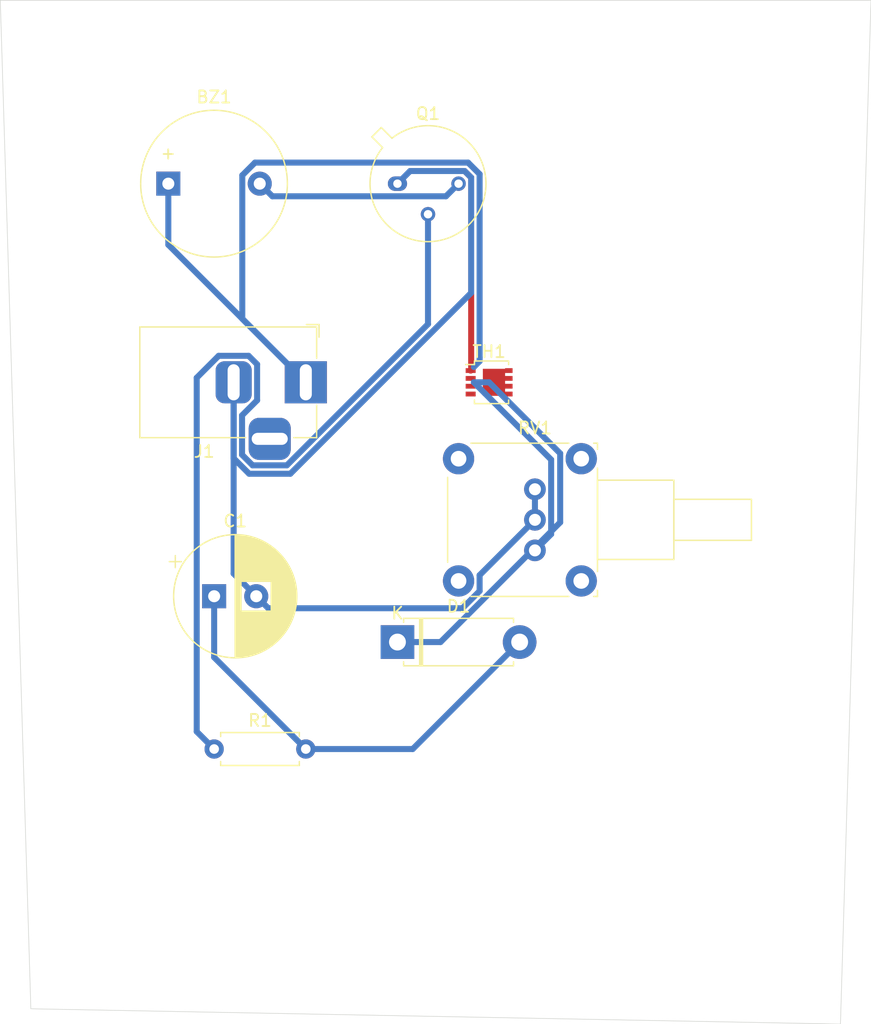
<source format=kicad_pcb>
(kicad_pcb (version 20171130) (host pcbnew "(5.1.9)-1")

  (general
    (thickness 1.6)
    (drawings 4)
    (tracks 58)
    (zones 0)
    (modules 8)
    (nets 8)
  )

  (page A4)
  (layers
    (0 F.Cu signal)
    (31 B.Cu signal)
    (32 B.Adhes user)
    (33 F.Adhes user)
    (34 B.Paste user)
    (35 F.Paste user)
    (36 B.SilkS user)
    (37 F.SilkS user)
    (38 B.Mask user)
    (39 F.Mask user)
    (40 Dwgs.User user)
    (41 Cmts.User user)
    (42 Eco1.User user)
    (43 Eco2.User user)
    (44 Edge.Cuts user)
    (45 Margin user)
    (46 B.CrtYd user)
    (47 F.CrtYd user)
    (48 B.Fab user)
    (49 F.Fab user)
  )

  (setup
    (last_trace_width 0.5)
    (user_trace_width 0.5)
    (trace_clearance 0.2)
    (zone_clearance 0.508)
    (zone_45_only no)
    (trace_min 0.2)
    (via_size 0.8)
    (via_drill 0.4)
    (via_min_size 0.4)
    (via_min_drill 0.3)
    (uvia_size 0.3)
    (uvia_drill 0.1)
    (uvias_allowed no)
    (uvia_min_size 0.2)
    (uvia_min_drill 0.1)
    (edge_width 0.05)
    (segment_width 0.2)
    (pcb_text_width 0.3)
    (pcb_text_size 1.5 1.5)
    (mod_edge_width 0.12)
    (mod_text_size 1 1)
    (mod_text_width 0.15)
    (pad_size 1.524 1.524)
    (pad_drill 0.762)
    (pad_to_mask_clearance 0)
    (aux_axis_origin 0 0)
    (visible_elements FFFFFF7F)
    (pcbplotparams
      (layerselection 0x010fc_ffffffff)
      (usegerberextensions false)
      (usegerberattributes true)
      (usegerberadvancedattributes true)
      (creategerberjobfile true)
      (excludeedgelayer true)
      (linewidth 0.100000)
      (plotframeref false)
      (viasonmask false)
      (mode 1)
      (useauxorigin false)
      (hpglpennumber 1)
      (hpglpenspeed 20)
      (hpglpendiameter 15.000000)
      (psnegative false)
      (psa4output false)
      (plotreference true)
      (plotvalue true)
      (plotinvisibletext false)
      (padsonsilk false)
      (subtractmaskfromsilk false)
      (outputformat 1)
      (mirror false)
      (drillshape 1)
      (scaleselection 1)
      (outputdirectory ""))
  )

  (net 0 "")
  (net 1 "Net-(BZ1-Pad1)")
  (net 2 "Net-(BZ1-Pad2)")
  (net 3 "Net-(C1-Pad1)")
  (net 4 "Net-(C1-Pad2)")
  (net 5 "Net-(D1-Pad1)")
  (net 6 "Net-(J1-Pad3)")
  (net 7 "Net-(Q1-Pad2)")

  (net_class Default "This is the default net class."
    (clearance 0.2)
    (trace_width 0.25)
    (via_dia 0.8)
    (via_drill 0.4)
    (uvia_dia 0.3)
    (uvia_drill 0.1)
    (add_net "Net-(BZ1-Pad1)")
    (add_net "Net-(BZ1-Pad2)")
    (add_net "Net-(C1-Pad1)")
    (add_net "Net-(C1-Pad2)")
    (add_net "Net-(D1-Pad1)")
    (add_net "Net-(J1-Pad3)")
    (add_net "Net-(Q1-Pad2)")
  )

  (module Package_TO_SOT_THT:TO-39-3 (layer F.Cu) (tedit 5A02FF81) (tstamp 606F125F)
    (at 869.95 -593.09)
    (descr TO-39-3)
    (tags TO-39-3)
    (path /606EE060)
    (fp_text reference Q1 (at 2.54 -5.82) (layer F.SilkS)
      (effects (font (size 1 1) (thickness 0.15)))
    )
    (fp_text value 2N2219 (at 2.54 5.82) (layer F.Fab)
      (effects (font (size 1 1) (thickness 0.15)))
    )
    (fp_circle (center 2.54 0) (end 6.79 0) (layer F.Fab) (width 0.1))
    (fp_line (start 7.49 -4.95) (end -2.41 -4.95) (layer F.CrtYd) (width 0.05))
    (fp_line (start 7.49 4.95) (end 7.49 -4.95) (layer F.CrtYd) (width 0.05))
    (fp_line (start -2.41 4.95) (end 7.49 4.95) (layer F.CrtYd) (width 0.05))
    (fp_line (start -2.41 -4.95) (end -2.41 4.95) (layer F.CrtYd) (width 0.05))
    (fp_line (start -2.125856 -3.888039) (end -1.234902 -2.997084) (layer F.SilkS) (width 0.12))
    (fp_line (start -1.348039 -4.665856) (end -2.125856 -3.888039) (layer F.SilkS) (width 0.12))
    (fp_line (start -0.457084 -3.774902) (end -1.348039 -4.665856) (layer F.SilkS) (width 0.12))
    (fp_line (start -1.879621 -3.81151) (end -1.07352 -3.005408) (layer F.Fab) (width 0.1))
    (fp_line (start -1.27151 -4.419621) (end -1.879621 -3.81151) (layer F.Fab) (width 0.1))
    (fp_line (start -0.465408 -3.61352) (end -1.27151 -4.419621) (layer F.Fab) (width 0.1))
    (fp_text user %R (at 2.54 -5.82) (layer F.Fab)
      (effects (font (size 1 1) (thickness 0.15)))
    )
    (fp_arc (start 2.54 0) (end -0.465408 -3.61352) (angle 349.5) (layer F.Fab) (width 0.1))
    (fp_arc (start 2.54 0) (end -0.457084 -3.774902) (angle 346.9) (layer F.SilkS) (width 0.12))
    (pad 1 thru_hole oval (at 0 0) (size 1.6 1.2) (drill 0.7) (layers *.Cu *.Mask)
      (net 4 "Net-(C1-Pad2)"))
    (pad 2 thru_hole oval (at 2.54 2.54) (size 1.2 1.2) (drill 0.7) (layers *.Cu *.Mask)
      (net 7 "Net-(Q1-Pad2)"))
    (pad 3 thru_hole oval (at 5.08 0) (size 1.2 1.2) (drill 0.7) (layers *.Cu *.Mask)
      (net 2 "Net-(BZ1-Pad2)"))
    (model ${KISYS3DMOD}/Package_TO_SOT_THT.3dshapes/TO-39-3.wrl
      (at (xyz 0 0 0))
      (scale (xyz 1 1 1))
      (rotate (xyz 0 0 0))
    )
  )

  (module Buzzer_Beeper:Buzzer_12x9.5RM7.6 (layer F.Cu) (tedit 5A030281) (tstamp 606F113C)
    (at 850.9 -593.09)
    (descr "Generic Buzzer, D12mm height 9.5mm with RM7.6mm")
    (tags buzzer)
    (path /606ED899)
    (fp_text reference BZ1 (at 3.8 -7.2) (layer F.SilkS)
      (effects (font (size 1 1) (thickness 0.15)))
    )
    (fp_text value Buzzer (at 3.8 7.4) (layer F.Fab)
      (effects (font (size 1 1) (thickness 0.15)))
    )
    (fp_circle (center 3.8 0) (end 9.9 0) (layer F.SilkS) (width 0.12))
    (fp_circle (center 3.8 0) (end 4.8 0) (layer F.Fab) (width 0.1))
    (fp_circle (center 3.8 0) (end 9.8 0) (layer F.Fab) (width 0.1))
    (fp_circle (center 3.8 0) (end 10.05 0) (layer F.CrtYd) (width 0.05))
    (fp_text user + (at -0.01 -2.54) (layer F.Fab)
      (effects (font (size 1 1) (thickness 0.15)))
    )
    (fp_text user + (at -0.01 -2.54) (layer F.SilkS)
      (effects (font (size 1 1) (thickness 0.15)))
    )
    (fp_text user %R (at 3.8 -4) (layer F.Fab)
      (effects (font (size 1 1) (thickness 0.15)))
    )
    (pad 1 thru_hole rect (at 0 0) (size 2 2) (drill 1) (layers *.Cu *.Mask)
      (net 1 "Net-(BZ1-Pad1)"))
    (pad 2 thru_hole circle (at 7.6 0) (size 2 2) (drill 1) (layers *.Cu *.Mask)
      (net 2 "Net-(BZ1-Pad2)"))
    (model ${KISYS3DMOD}/Buzzer_Beeper.3dshapes/Buzzer_12x9.5RM7.6.wrl
      (at (xyz 0 0 0))
      (scale (xyz 1 1 1))
      (rotate (xyz 0 0 0))
    )
  )

  (module Capacitor_THT:CP_Radial_D10.0mm_P3.50mm (layer F.Cu) (tedit 5AE50EF0) (tstamp 606F1208)
    (at 854.71 -558.8)
    (descr "CP, Radial series, Radial, pin pitch=3.50mm, , diameter=10mm, Electrolytic Capacitor")
    (tags "CP Radial series Radial pin pitch 3.50mm  diameter 10mm Electrolytic Capacitor")
    (path /606EEABD)
    (fp_text reference C1 (at 1.75 -6.25) (layer F.SilkS)
      (effects (font (size 1 1) (thickness 0.15)))
    )
    (fp_text value 10uF (at 1.75 6.25) (layer F.Fab)
      (effects (font (size 1 1) (thickness 0.15)))
    )
    (fp_line (start -3.229646 -3.375) (end -3.229646 -2.375) (layer F.SilkS) (width 0.12))
    (fp_line (start -3.729646 -2.875) (end -2.729646 -2.875) (layer F.SilkS) (width 0.12))
    (fp_line (start 6.831 -0.599) (end 6.831 0.599) (layer F.SilkS) (width 0.12))
    (fp_line (start 6.791 -0.862) (end 6.791 0.862) (layer F.SilkS) (width 0.12))
    (fp_line (start 6.751 -1.062) (end 6.751 1.062) (layer F.SilkS) (width 0.12))
    (fp_line (start 6.711 -1.23) (end 6.711 1.23) (layer F.SilkS) (width 0.12))
    (fp_line (start 6.671 -1.378) (end 6.671 1.378) (layer F.SilkS) (width 0.12))
    (fp_line (start 6.631 -1.51) (end 6.631 1.51) (layer F.SilkS) (width 0.12))
    (fp_line (start 6.591 -1.63) (end 6.591 1.63) (layer F.SilkS) (width 0.12))
    (fp_line (start 6.551 -1.742) (end 6.551 1.742) (layer F.SilkS) (width 0.12))
    (fp_line (start 6.511 -1.846) (end 6.511 1.846) (layer F.SilkS) (width 0.12))
    (fp_line (start 6.471 -1.944) (end 6.471 1.944) (layer F.SilkS) (width 0.12))
    (fp_line (start 6.431 -2.037) (end 6.431 2.037) (layer F.SilkS) (width 0.12))
    (fp_line (start 6.391 -2.125) (end 6.391 2.125) (layer F.SilkS) (width 0.12))
    (fp_line (start 6.351 -2.209) (end 6.351 2.209) (layer F.SilkS) (width 0.12))
    (fp_line (start 6.311 -2.289) (end 6.311 2.289) (layer F.SilkS) (width 0.12))
    (fp_line (start 6.271 -2.365) (end 6.271 2.365) (layer F.SilkS) (width 0.12))
    (fp_line (start 6.231 -2.439) (end 6.231 2.439) (layer F.SilkS) (width 0.12))
    (fp_line (start 6.191 -2.51) (end 6.191 2.51) (layer F.SilkS) (width 0.12))
    (fp_line (start 6.151 -2.579) (end 6.151 2.579) (layer F.SilkS) (width 0.12))
    (fp_line (start 6.111 -2.645) (end 6.111 2.645) (layer F.SilkS) (width 0.12))
    (fp_line (start 6.071 -2.709) (end 6.071 2.709) (layer F.SilkS) (width 0.12))
    (fp_line (start 6.031 -2.77) (end 6.031 2.77) (layer F.SilkS) (width 0.12))
    (fp_line (start 5.991 -2.83) (end 5.991 2.83) (layer F.SilkS) (width 0.12))
    (fp_line (start 5.951 -2.889) (end 5.951 2.889) (layer F.SilkS) (width 0.12))
    (fp_line (start 5.911 -2.945) (end 5.911 2.945) (layer F.SilkS) (width 0.12))
    (fp_line (start 5.871 -3) (end 5.871 3) (layer F.SilkS) (width 0.12))
    (fp_line (start 5.831 -3.054) (end 5.831 3.054) (layer F.SilkS) (width 0.12))
    (fp_line (start 5.791 -3.106) (end 5.791 3.106) (layer F.SilkS) (width 0.12))
    (fp_line (start 5.751 -3.156) (end 5.751 3.156) (layer F.SilkS) (width 0.12))
    (fp_line (start 5.711 -3.206) (end 5.711 3.206) (layer F.SilkS) (width 0.12))
    (fp_line (start 5.671 -3.254) (end 5.671 3.254) (layer F.SilkS) (width 0.12))
    (fp_line (start 5.631 -3.301) (end 5.631 3.301) (layer F.SilkS) (width 0.12))
    (fp_line (start 5.591 -3.347) (end 5.591 3.347) (layer F.SilkS) (width 0.12))
    (fp_line (start 5.551 -3.392) (end 5.551 3.392) (layer F.SilkS) (width 0.12))
    (fp_line (start 5.511 -3.436) (end 5.511 3.436) (layer F.SilkS) (width 0.12))
    (fp_line (start 5.471 -3.478) (end 5.471 3.478) (layer F.SilkS) (width 0.12))
    (fp_line (start 5.431 -3.52) (end 5.431 3.52) (layer F.SilkS) (width 0.12))
    (fp_line (start 5.391 -3.561) (end 5.391 3.561) (layer F.SilkS) (width 0.12))
    (fp_line (start 5.351 -3.601) (end 5.351 3.601) (layer F.SilkS) (width 0.12))
    (fp_line (start 5.311 -3.64) (end 5.311 3.64) (layer F.SilkS) (width 0.12))
    (fp_line (start 5.271 -3.679) (end 5.271 3.679) (layer F.SilkS) (width 0.12))
    (fp_line (start 5.231 -3.716) (end 5.231 3.716) (layer F.SilkS) (width 0.12))
    (fp_line (start 5.191 -3.753) (end 5.191 3.753) (layer F.SilkS) (width 0.12))
    (fp_line (start 5.151 -3.789) (end 5.151 3.789) (layer F.SilkS) (width 0.12))
    (fp_line (start 5.111 -3.824) (end 5.111 3.824) (layer F.SilkS) (width 0.12))
    (fp_line (start 5.071 -3.858) (end 5.071 3.858) (layer F.SilkS) (width 0.12))
    (fp_line (start 5.031 -3.892) (end 5.031 3.892) (layer F.SilkS) (width 0.12))
    (fp_line (start 4.991 -3.925) (end 4.991 3.925) (layer F.SilkS) (width 0.12))
    (fp_line (start 4.951 -3.957) (end 4.951 3.957) (layer F.SilkS) (width 0.12))
    (fp_line (start 4.911 -3.989) (end 4.911 3.989) (layer F.SilkS) (width 0.12))
    (fp_line (start 4.871 -4.02) (end 4.871 4.02) (layer F.SilkS) (width 0.12))
    (fp_line (start 4.831 -4.05) (end 4.831 4.05) (layer F.SilkS) (width 0.12))
    (fp_line (start 4.791 -4.08) (end 4.791 4.08) (layer F.SilkS) (width 0.12))
    (fp_line (start 4.751 -4.11) (end 4.751 4.11) (layer F.SilkS) (width 0.12))
    (fp_line (start 4.711 1.241) (end 4.711 4.138) (layer F.SilkS) (width 0.12))
    (fp_line (start 4.711 -4.138) (end 4.711 -1.241) (layer F.SilkS) (width 0.12))
    (fp_line (start 4.671 1.241) (end 4.671 4.166) (layer F.SilkS) (width 0.12))
    (fp_line (start 4.671 -4.166) (end 4.671 -1.241) (layer F.SilkS) (width 0.12))
    (fp_line (start 4.631 1.241) (end 4.631 4.194) (layer F.SilkS) (width 0.12))
    (fp_line (start 4.631 -4.194) (end 4.631 -1.241) (layer F.SilkS) (width 0.12))
    (fp_line (start 4.591 1.241) (end 4.591 4.221) (layer F.SilkS) (width 0.12))
    (fp_line (start 4.591 -4.221) (end 4.591 -1.241) (layer F.SilkS) (width 0.12))
    (fp_line (start 4.551 1.241) (end 4.551 4.247) (layer F.SilkS) (width 0.12))
    (fp_line (start 4.551 -4.247) (end 4.551 -1.241) (layer F.SilkS) (width 0.12))
    (fp_line (start 4.511 1.241) (end 4.511 4.273) (layer F.SilkS) (width 0.12))
    (fp_line (start 4.511 -4.273) (end 4.511 -1.241) (layer F.SilkS) (width 0.12))
    (fp_line (start 4.471 1.241) (end 4.471 4.298) (layer F.SilkS) (width 0.12))
    (fp_line (start 4.471 -4.298) (end 4.471 -1.241) (layer F.SilkS) (width 0.12))
    (fp_line (start 4.431 1.241) (end 4.431 4.323) (layer F.SilkS) (width 0.12))
    (fp_line (start 4.431 -4.323) (end 4.431 -1.241) (layer F.SilkS) (width 0.12))
    (fp_line (start 4.391 1.241) (end 4.391 4.347) (layer F.SilkS) (width 0.12))
    (fp_line (start 4.391 -4.347) (end 4.391 -1.241) (layer F.SilkS) (width 0.12))
    (fp_line (start 4.351 1.241) (end 4.351 4.371) (layer F.SilkS) (width 0.12))
    (fp_line (start 4.351 -4.371) (end 4.351 -1.241) (layer F.SilkS) (width 0.12))
    (fp_line (start 4.311 1.241) (end 4.311 4.395) (layer F.SilkS) (width 0.12))
    (fp_line (start 4.311 -4.395) (end 4.311 -1.241) (layer F.SilkS) (width 0.12))
    (fp_line (start 4.271 1.241) (end 4.271 4.417) (layer F.SilkS) (width 0.12))
    (fp_line (start 4.271 -4.417) (end 4.271 -1.241) (layer F.SilkS) (width 0.12))
    (fp_line (start 4.231 1.241) (end 4.231 4.44) (layer F.SilkS) (width 0.12))
    (fp_line (start 4.231 -4.44) (end 4.231 -1.241) (layer F.SilkS) (width 0.12))
    (fp_line (start 4.191 1.241) (end 4.191 4.462) (layer F.SilkS) (width 0.12))
    (fp_line (start 4.191 -4.462) (end 4.191 -1.241) (layer F.SilkS) (width 0.12))
    (fp_line (start 4.151 1.241) (end 4.151 4.483) (layer F.SilkS) (width 0.12))
    (fp_line (start 4.151 -4.483) (end 4.151 -1.241) (layer F.SilkS) (width 0.12))
    (fp_line (start 4.111 1.241) (end 4.111 4.504) (layer F.SilkS) (width 0.12))
    (fp_line (start 4.111 -4.504) (end 4.111 -1.241) (layer F.SilkS) (width 0.12))
    (fp_line (start 4.071 1.241) (end 4.071 4.525) (layer F.SilkS) (width 0.12))
    (fp_line (start 4.071 -4.525) (end 4.071 -1.241) (layer F.SilkS) (width 0.12))
    (fp_line (start 4.031 1.241) (end 4.031 4.545) (layer F.SilkS) (width 0.12))
    (fp_line (start 4.031 -4.545) (end 4.031 -1.241) (layer F.SilkS) (width 0.12))
    (fp_line (start 3.991 1.241) (end 3.991 4.564) (layer F.SilkS) (width 0.12))
    (fp_line (start 3.991 -4.564) (end 3.991 -1.241) (layer F.SilkS) (width 0.12))
    (fp_line (start 3.951 1.241) (end 3.951 4.584) (layer F.SilkS) (width 0.12))
    (fp_line (start 3.951 -4.584) (end 3.951 -1.241) (layer F.SilkS) (width 0.12))
    (fp_line (start 3.911 1.241) (end 3.911 4.603) (layer F.SilkS) (width 0.12))
    (fp_line (start 3.911 -4.603) (end 3.911 -1.241) (layer F.SilkS) (width 0.12))
    (fp_line (start 3.871 1.241) (end 3.871 4.621) (layer F.SilkS) (width 0.12))
    (fp_line (start 3.871 -4.621) (end 3.871 -1.241) (layer F.SilkS) (width 0.12))
    (fp_line (start 3.831 1.241) (end 3.831 4.639) (layer F.SilkS) (width 0.12))
    (fp_line (start 3.831 -4.639) (end 3.831 -1.241) (layer F.SilkS) (width 0.12))
    (fp_line (start 3.791 1.241) (end 3.791 4.657) (layer F.SilkS) (width 0.12))
    (fp_line (start 3.791 -4.657) (end 3.791 -1.241) (layer F.SilkS) (width 0.12))
    (fp_line (start 3.751 1.241) (end 3.751 4.674) (layer F.SilkS) (width 0.12))
    (fp_line (start 3.751 -4.674) (end 3.751 -1.241) (layer F.SilkS) (width 0.12))
    (fp_line (start 3.711 1.241) (end 3.711 4.69) (layer F.SilkS) (width 0.12))
    (fp_line (start 3.711 -4.69) (end 3.711 -1.241) (layer F.SilkS) (width 0.12))
    (fp_line (start 3.671 1.241) (end 3.671 4.707) (layer F.SilkS) (width 0.12))
    (fp_line (start 3.671 -4.707) (end 3.671 -1.241) (layer F.SilkS) (width 0.12))
    (fp_line (start 3.631 1.241) (end 3.631 4.723) (layer F.SilkS) (width 0.12))
    (fp_line (start 3.631 -4.723) (end 3.631 -1.241) (layer F.SilkS) (width 0.12))
    (fp_line (start 3.591 1.241) (end 3.591 4.738) (layer F.SilkS) (width 0.12))
    (fp_line (start 3.591 -4.738) (end 3.591 -1.241) (layer F.SilkS) (width 0.12))
    (fp_line (start 3.551 1.241) (end 3.551 4.754) (layer F.SilkS) (width 0.12))
    (fp_line (start 3.551 -4.754) (end 3.551 -1.241) (layer F.SilkS) (width 0.12))
    (fp_line (start 3.511 1.241) (end 3.511 4.768) (layer F.SilkS) (width 0.12))
    (fp_line (start 3.511 -4.768) (end 3.511 -1.241) (layer F.SilkS) (width 0.12))
    (fp_line (start 3.471 1.241) (end 3.471 4.783) (layer F.SilkS) (width 0.12))
    (fp_line (start 3.471 -4.783) (end 3.471 -1.241) (layer F.SilkS) (width 0.12))
    (fp_line (start 3.431 1.241) (end 3.431 4.797) (layer F.SilkS) (width 0.12))
    (fp_line (start 3.431 -4.797) (end 3.431 -1.241) (layer F.SilkS) (width 0.12))
    (fp_line (start 3.391 1.241) (end 3.391 4.811) (layer F.SilkS) (width 0.12))
    (fp_line (start 3.391 -4.811) (end 3.391 -1.241) (layer F.SilkS) (width 0.12))
    (fp_line (start 3.351 1.241) (end 3.351 4.824) (layer F.SilkS) (width 0.12))
    (fp_line (start 3.351 -4.824) (end 3.351 -1.241) (layer F.SilkS) (width 0.12))
    (fp_line (start 3.311 1.241) (end 3.311 4.837) (layer F.SilkS) (width 0.12))
    (fp_line (start 3.311 -4.837) (end 3.311 -1.241) (layer F.SilkS) (width 0.12))
    (fp_line (start 3.271 1.241) (end 3.271 4.85) (layer F.SilkS) (width 0.12))
    (fp_line (start 3.271 -4.85) (end 3.271 -1.241) (layer F.SilkS) (width 0.12))
    (fp_line (start 3.231 1.241) (end 3.231 4.862) (layer F.SilkS) (width 0.12))
    (fp_line (start 3.231 -4.862) (end 3.231 -1.241) (layer F.SilkS) (width 0.12))
    (fp_line (start 3.191 1.241) (end 3.191 4.874) (layer F.SilkS) (width 0.12))
    (fp_line (start 3.191 -4.874) (end 3.191 -1.241) (layer F.SilkS) (width 0.12))
    (fp_line (start 3.151 1.241) (end 3.151 4.885) (layer F.SilkS) (width 0.12))
    (fp_line (start 3.151 -4.885) (end 3.151 -1.241) (layer F.SilkS) (width 0.12))
    (fp_line (start 3.111 1.241) (end 3.111 4.897) (layer F.SilkS) (width 0.12))
    (fp_line (start 3.111 -4.897) (end 3.111 -1.241) (layer F.SilkS) (width 0.12))
    (fp_line (start 3.071 1.241) (end 3.071 4.907) (layer F.SilkS) (width 0.12))
    (fp_line (start 3.071 -4.907) (end 3.071 -1.241) (layer F.SilkS) (width 0.12))
    (fp_line (start 3.031 1.241) (end 3.031 4.918) (layer F.SilkS) (width 0.12))
    (fp_line (start 3.031 -4.918) (end 3.031 -1.241) (layer F.SilkS) (width 0.12))
    (fp_line (start 2.991 1.241) (end 2.991 4.928) (layer F.SilkS) (width 0.12))
    (fp_line (start 2.991 -4.928) (end 2.991 -1.241) (layer F.SilkS) (width 0.12))
    (fp_line (start 2.951 1.241) (end 2.951 4.938) (layer F.SilkS) (width 0.12))
    (fp_line (start 2.951 -4.938) (end 2.951 -1.241) (layer F.SilkS) (width 0.12))
    (fp_line (start 2.911 1.241) (end 2.911 4.947) (layer F.SilkS) (width 0.12))
    (fp_line (start 2.911 -4.947) (end 2.911 -1.241) (layer F.SilkS) (width 0.12))
    (fp_line (start 2.871 1.241) (end 2.871 4.956) (layer F.SilkS) (width 0.12))
    (fp_line (start 2.871 -4.956) (end 2.871 -1.241) (layer F.SilkS) (width 0.12))
    (fp_line (start 2.831 1.241) (end 2.831 4.965) (layer F.SilkS) (width 0.12))
    (fp_line (start 2.831 -4.965) (end 2.831 -1.241) (layer F.SilkS) (width 0.12))
    (fp_line (start 2.791 1.241) (end 2.791 4.974) (layer F.SilkS) (width 0.12))
    (fp_line (start 2.791 -4.974) (end 2.791 -1.241) (layer F.SilkS) (width 0.12))
    (fp_line (start 2.751 1.241) (end 2.751 4.982) (layer F.SilkS) (width 0.12))
    (fp_line (start 2.751 -4.982) (end 2.751 -1.241) (layer F.SilkS) (width 0.12))
    (fp_line (start 2.711 1.241) (end 2.711 4.99) (layer F.SilkS) (width 0.12))
    (fp_line (start 2.711 -4.99) (end 2.711 -1.241) (layer F.SilkS) (width 0.12))
    (fp_line (start 2.671 1.241) (end 2.671 4.997) (layer F.SilkS) (width 0.12))
    (fp_line (start 2.671 -4.997) (end 2.671 -1.241) (layer F.SilkS) (width 0.12))
    (fp_line (start 2.631 1.241) (end 2.631 5.004) (layer F.SilkS) (width 0.12))
    (fp_line (start 2.631 -5.004) (end 2.631 -1.241) (layer F.SilkS) (width 0.12))
    (fp_line (start 2.591 1.241) (end 2.591 5.011) (layer F.SilkS) (width 0.12))
    (fp_line (start 2.591 -5.011) (end 2.591 -1.241) (layer F.SilkS) (width 0.12))
    (fp_line (start 2.551 1.241) (end 2.551 5.018) (layer F.SilkS) (width 0.12))
    (fp_line (start 2.551 -5.018) (end 2.551 -1.241) (layer F.SilkS) (width 0.12))
    (fp_line (start 2.511 1.241) (end 2.511 5.024) (layer F.SilkS) (width 0.12))
    (fp_line (start 2.511 -5.024) (end 2.511 -1.241) (layer F.SilkS) (width 0.12))
    (fp_line (start 2.471 1.241) (end 2.471 5.03) (layer F.SilkS) (width 0.12))
    (fp_line (start 2.471 -5.03) (end 2.471 -1.241) (layer F.SilkS) (width 0.12))
    (fp_line (start 2.43 1.241) (end 2.43 5.035) (layer F.SilkS) (width 0.12))
    (fp_line (start 2.43 -5.035) (end 2.43 -1.241) (layer F.SilkS) (width 0.12))
    (fp_line (start 2.39 1.241) (end 2.39 5.04) (layer F.SilkS) (width 0.12))
    (fp_line (start 2.39 -5.04) (end 2.39 -1.241) (layer F.SilkS) (width 0.12))
    (fp_line (start 2.35 1.241) (end 2.35 5.045) (layer F.SilkS) (width 0.12))
    (fp_line (start 2.35 -5.045) (end 2.35 -1.241) (layer F.SilkS) (width 0.12))
    (fp_line (start 2.31 1.241) (end 2.31 5.05) (layer F.SilkS) (width 0.12))
    (fp_line (start 2.31 -5.05) (end 2.31 -1.241) (layer F.SilkS) (width 0.12))
    (fp_line (start 2.27 1.241) (end 2.27 5.054) (layer F.SilkS) (width 0.12))
    (fp_line (start 2.27 -5.054) (end 2.27 -1.241) (layer F.SilkS) (width 0.12))
    (fp_line (start 2.23 -5.058) (end 2.23 5.058) (layer F.SilkS) (width 0.12))
    (fp_line (start 2.19 -5.062) (end 2.19 5.062) (layer F.SilkS) (width 0.12))
    (fp_line (start 2.15 -5.065) (end 2.15 5.065) (layer F.SilkS) (width 0.12))
    (fp_line (start 2.11 -5.068) (end 2.11 5.068) (layer F.SilkS) (width 0.12))
    (fp_line (start 2.07 -5.07) (end 2.07 5.07) (layer F.SilkS) (width 0.12))
    (fp_line (start 2.03 -5.073) (end 2.03 5.073) (layer F.SilkS) (width 0.12))
    (fp_line (start 1.99 -5.075) (end 1.99 5.075) (layer F.SilkS) (width 0.12))
    (fp_line (start 1.95 -5.077) (end 1.95 5.077) (layer F.SilkS) (width 0.12))
    (fp_line (start 1.91 -5.078) (end 1.91 5.078) (layer F.SilkS) (width 0.12))
    (fp_line (start 1.87 -5.079) (end 1.87 5.079) (layer F.SilkS) (width 0.12))
    (fp_line (start 1.83 -5.08) (end 1.83 5.08) (layer F.SilkS) (width 0.12))
    (fp_line (start 1.79 -5.08) (end 1.79 5.08) (layer F.SilkS) (width 0.12))
    (fp_line (start 1.75 -5.08) (end 1.75 5.08) (layer F.SilkS) (width 0.12))
    (fp_line (start -2.038861 -2.6875) (end -2.038861 -1.6875) (layer F.Fab) (width 0.1))
    (fp_line (start -2.538861 -2.1875) (end -1.538861 -2.1875) (layer F.Fab) (width 0.1))
    (fp_circle (center 1.75 0) (end 7 0) (layer F.CrtYd) (width 0.05))
    (fp_circle (center 1.75 0) (end 6.87 0) (layer F.SilkS) (width 0.12))
    (fp_circle (center 1.75 0) (end 6.75 0) (layer F.Fab) (width 0.1))
    (fp_text user %R (at 1.75 0) (layer F.Fab)
      (effects (font (size 1 1) (thickness 0.15)))
    )
    (pad 1 thru_hole rect (at 0 0) (size 2 2) (drill 1) (layers *.Cu *.Mask)
      (net 3 "Net-(C1-Pad1)"))
    (pad 2 thru_hole circle (at 3.5 0) (size 2 2) (drill 1) (layers *.Cu *.Mask)
      (net 4 "Net-(C1-Pad2)"))
    (model ${KISYS3DMOD}/Capacitor_THT.3dshapes/CP_Radial_D10.0mm_P3.50mm.wrl
      (at (xyz 0 0 0))
      (scale (xyz 1 1 1))
      (rotate (xyz 0 0 0))
    )
  )

  (module Diode_THT:D_5W_P10.16mm_Horizontal (layer F.Cu) (tedit 5AE50CD5) (tstamp 606F1227)
    (at 869.95 -554.99)
    (descr "Diode, 5W series, Axial, Horizontal, pin pitch=10.16mm, , length*diameter=8.9*3.7mm^2, , http://www.diodes.com/_files/packages/8686949.gif")
    (tags "Diode 5W series Axial Horizontal pin pitch 10.16mm  length 8.9mm diameter 3.7mm")
    (path /606ED166)
    (fp_text reference D1 (at 5.08 -2.97) (layer F.SilkS)
      (effects (font (size 1 1) (thickness 0.15)))
    )
    (fp_text value 1N4007 (at 5.08 2.97) (layer F.Fab)
      (effects (font (size 1 1) (thickness 0.15)))
    )
    (fp_line (start 11.81 -2.1) (end -1.65 -2.1) (layer F.CrtYd) (width 0.05))
    (fp_line (start 11.81 2.1) (end 11.81 -2.1) (layer F.CrtYd) (width 0.05))
    (fp_line (start -1.65 2.1) (end 11.81 2.1) (layer F.CrtYd) (width 0.05))
    (fp_line (start -1.65 -2.1) (end -1.65 2.1) (layer F.CrtYd) (width 0.05))
    (fp_line (start 1.845 -1.97) (end 1.845 1.97) (layer F.SilkS) (width 0.12))
    (fp_line (start 2.085 -1.97) (end 2.085 1.97) (layer F.SilkS) (width 0.12))
    (fp_line (start 1.965 -1.97) (end 1.965 1.97) (layer F.SilkS) (width 0.12))
    (fp_line (start 9.65 1.97) (end 9.65 1.64) (layer F.SilkS) (width 0.12))
    (fp_line (start 0.51 1.97) (end 9.65 1.97) (layer F.SilkS) (width 0.12))
    (fp_line (start 0.51 1.64) (end 0.51 1.97) (layer F.SilkS) (width 0.12))
    (fp_line (start 9.65 -1.97) (end 9.65 -1.64) (layer F.SilkS) (width 0.12))
    (fp_line (start 0.51 -1.97) (end 9.65 -1.97) (layer F.SilkS) (width 0.12))
    (fp_line (start 0.51 -1.64) (end 0.51 -1.97) (layer F.SilkS) (width 0.12))
    (fp_line (start 1.865 -1.85) (end 1.865 1.85) (layer F.Fab) (width 0.1))
    (fp_line (start 2.065 -1.85) (end 2.065 1.85) (layer F.Fab) (width 0.1))
    (fp_line (start 1.965 -1.85) (end 1.965 1.85) (layer F.Fab) (width 0.1))
    (fp_line (start 10.16 0) (end 9.53 0) (layer F.Fab) (width 0.1))
    (fp_line (start 0 0) (end 0.63 0) (layer F.Fab) (width 0.1))
    (fp_line (start 9.53 -1.85) (end 0.63 -1.85) (layer F.Fab) (width 0.1))
    (fp_line (start 9.53 1.85) (end 9.53 -1.85) (layer F.Fab) (width 0.1))
    (fp_line (start 0.63 1.85) (end 9.53 1.85) (layer F.Fab) (width 0.1))
    (fp_line (start 0.63 -1.85) (end 0.63 1.85) (layer F.Fab) (width 0.1))
    (fp_text user %R (at 5.514999 0) (layer F.Fab)
      (effects (font (size 1 1) (thickness 0.15)))
    )
    (fp_text user K (at 0 -2.4) (layer F.Fab)
      (effects (font (size 1 1) (thickness 0.15)))
    )
    (fp_text user K (at 0 -2.4) (layer F.SilkS)
      (effects (font (size 1 1) (thickness 0.15)))
    )
    (pad 1 thru_hole rect (at 0 0) (size 2.8 2.8) (drill 1.4) (layers *.Cu *.Mask)
      (net 5 "Net-(D1-Pad1)"))
    (pad 2 thru_hole oval (at 10.16 0) (size 2.8 2.8) (drill 1.4) (layers *.Cu *.Mask)
      (net 3 "Net-(C1-Pad1)"))
    (model ${KISYS3DMOD}/Diode_THT.3dshapes/D_5W_P10.16mm_Horizontal.wrl
      (at (xyz 0 0 0))
      (scale (xyz 1 1 1))
      (rotate (xyz 0 0 0))
    )
  )

  (module Connector_BarrelJack:BarrelJack_Horizontal (layer F.Cu) (tedit 5A1DBF6A) (tstamp 606F124A)
    (at 862.33 -576.58)
    (descr "DC Barrel Jack")
    (tags "Power Jack")
    (path /606EBF6F)
    (fp_text reference J1 (at -8.45 5.75) (layer F.SilkS)
      (effects (font (size 1 1) (thickness 0.15)))
    )
    (fp_text value DC (at -6.2 -5.5) (layer F.Fab)
      (effects (font (size 1 1) (thickness 0.15)))
    )
    (fp_line (start 0 -4.5) (end -13.7 -4.5) (layer F.Fab) (width 0.1))
    (fp_line (start 0.8 4.5) (end 0.8 -3.75) (layer F.Fab) (width 0.1))
    (fp_line (start -13.7 4.5) (end 0.8 4.5) (layer F.Fab) (width 0.1))
    (fp_line (start -13.7 -4.5) (end -13.7 4.5) (layer F.Fab) (width 0.1))
    (fp_line (start -10.2 -4.5) (end -10.2 4.5) (layer F.Fab) (width 0.1))
    (fp_line (start 0.9 -4.6) (end 0.9 -2) (layer F.SilkS) (width 0.12))
    (fp_line (start -13.8 -4.6) (end 0.9 -4.6) (layer F.SilkS) (width 0.12))
    (fp_line (start 0.9 4.6) (end -1 4.6) (layer F.SilkS) (width 0.12))
    (fp_line (start 0.9 1.9) (end 0.9 4.6) (layer F.SilkS) (width 0.12))
    (fp_line (start -13.8 4.6) (end -13.8 -4.6) (layer F.SilkS) (width 0.12))
    (fp_line (start -5 4.6) (end -13.8 4.6) (layer F.SilkS) (width 0.12))
    (fp_line (start -14 4.75) (end -14 -4.75) (layer F.CrtYd) (width 0.05))
    (fp_line (start -5 4.75) (end -14 4.75) (layer F.CrtYd) (width 0.05))
    (fp_line (start -5 6.75) (end -5 4.75) (layer F.CrtYd) (width 0.05))
    (fp_line (start -1 6.75) (end -5 6.75) (layer F.CrtYd) (width 0.05))
    (fp_line (start -1 4.75) (end -1 6.75) (layer F.CrtYd) (width 0.05))
    (fp_line (start 1 4.75) (end -1 4.75) (layer F.CrtYd) (width 0.05))
    (fp_line (start 1 2) (end 1 4.75) (layer F.CrtYd) (width 0.05))
    (fp_line (start 2 2) (end 1 2) (layer F.CrtYd) (width 0.05))
    (fp_line (start 2 -2) (end 2 2) (layer F.CrtYd) (width 0.05))
    (fp_line (start 1 -2) (end 2 -2) (layer F.CrtYd) (width 0.05))
    (fp_line (start 1 -4.5) (end 1 -2) (layer F.CrtYd) (width 0.05))
    (fp_line (start 1 -4.75) (end -14 -4.75) (layer F.CrtYd) (width 0.05))
    (fp_line (start 1 -4.5) (end 1 -4.75) (layer F.CrtYd) (width 0.05))
    (fp_line (start 0.05 -4.8) (end 1.1 -4.8) (layer F.SilkS) (width 0.12))
    (fp_line (start 1.1 -3.75) (end 1.1 -4.8) (layer F.SilkS) (width 0.12))
    (fp_line (start -0.003213 -4.505425) (end 0.8 -3.75) (layer F.Fab) (width 0.1))
    (fp_text user %R (at -3 -2.95) (layer F.Fab)
      (effects (font (size 1 1) (thickness 0.15)))
    )
    (pad 1 thru_hole rect (at 0 0) (size 3.5 3.5) (drill oval 1 3) (layers *.Cu *.Mask)
      (net 1 "Net-(BZ1-Pad1)"))
    (pad 2 thru_hole roundrect (at -6 0) (size 3 3.5) (drill oval 1 3) (layers *.Cu *.Mask) (roundrect_rratio 0.25)
      (net 4 "Net-(C1-Pad2)"))
    (pad 3 thru_hole roundrect (at -3 4.7) (size 3.5 3.5) (drill oval 3 1) (layers *.Cu *.Mask) (roundrect_rratio 0.25)
      (net 6 "Net-(J1-Pad3)"))
    (model ${KISYS3DMOD}/Connector_BarrelJack.3dshapes/BarrelJack_Horizontal.wrl
      (at (xyz 0 0 0))
      (scale (xyz 1 1 1))
      (rotate (xyz 0 0 0))
    )
  )

  (module Resistor_THT:R_Axial_DIN0207_L6.3mm_D2.5mm_P7.62mm_Horizontal (layer F.Cu) (tedit 5AE5139B) (tstamp 606F1276)
    (at 854.71 -546.1)
    (descr "Resistor, Axial_DIN0207 series, Axial, Horizontal, pin pitch=7.62mm, 0.25W = 1/4W, length*diameter=6.3*2.5mm^2, http://cdn-reichelt.de/documents/datenblatt/B400/1_4W%23YAG.pdf")
    (tags "Resistor Axial_DIN0207 series Axial Horizontal pin pitch 7.62mm 0.25W = 1/4W length 6.3mm diameter 2.5mm")
    (path /606EAEC3)
    (fp_text reference R1 (at 3.81 -2.37) (layer F.SilkS)
      (effects (font (size 1 1) (thickness 0.15)))
    )
    (fp_text value 33K (at 3.81 2.37) (layer F.Fab)
      (effects (font (size 1 1) (thickness 0.15)))
    )
    (fp_line (start 8.67 -1.5) (end -1.05 -1.5) (layer F.CrtYd) (width 0.05))
    (fp_line (start 8.67 1.5) (end 8.67 -1.5) (layer F.CrtYd) (width 0.05))
    (fp_line (start -1.05 1.5) (end 8.67 1.5) (layer F.CrtYd) (width 0.05))
    (fp_line (start -1.05 -1.5) (end -1.05 1.5) (layer F.CrtYd) (width 0.05))
    (fp_line (start 7.08 1.37) (end 7.08 1.04) (layer F.SilkS) (width 0.12))
    (fp_line (start 0.54 1.37) (end 7.08 1.37) (layer F.SilkS) (width 0.12))
    (fp_line (start 0.54 1.04) (end 0.54 1.37) (layer F.SilkS) (width 0.12))
    (fp_line (start 7.08 -1.37) (end 7.08 -1.04) (layer F.SilkS) (width 0.12))
    (fp_line (start 0.54 -1.37) (end 7.08 -1.37) (layer F.SilkS) (width 0.12))
    (fp_line (start 0.54 -1.04) (end 0.54 -1.37) (layer F.SilkS) (width 0.12))
    (fp_line (start 7.62 0) (end 6.96 0) (layer F.Fab) (width 0.1))
    (fp_line (start 0 0) (end 0.66 0) (layer F.Fab) (width 0.1))
    (fp_line (start 6.96 -1.25) (end 0.66 -1.25) (layer F.Fab) (width 0.1))
    (fp_line (start 6.96 1.25) (end 6.96 -1.25) (layer F.Fab) (width 0.1))
    (fp_line (start 0.66 1.25) (end 6.96 1.25) (layer F.Fab) (width 0.1))
    (fp_line (start 0.66 -1.25) (end 0.66 1.25) (layer F.Fab) (width 0.1))
    (fp_text user %R (at 1.464999 -0.565001) (layer F.Fab)
      (effects (font (size 1 1) (thickness 0.15)))
    )
    (pad 1 thru_hole circle (at 0 0) (size 1.6 1.6) (drill 0.8) (layers *.Cu *.Mask)
      (net 7 "Net-(Q1-Pad2)"))
    (pad 2 thru_hole oval (at 7.62 0) (size 1.6 1.6) (drill 0.8) (layers *.Cu *.Mask)
      (net 3 "Net-(C1-Pad1)"))
    (model ${KISYS3DMOD}/Resistor_THT.3dshapes/R_Axial_DIN0207_L6.3mm_D2.5mm_P7.62mm_Horizontal.wrl
      (at (xyz 0 0 0))
      (scale (xyz 1 1 1))
      (rotate (xyz 0 0 0))
    )
  )

  (module Potentiometer_THT:Potentiometer_Vishay_148E-149E_Single_Horizontal (layer F.Cu) (tedit 5A3D4993) (tstamp 606F12A2)
    (at 881.38 -562.61)
    (descr "Potentiometer, horizontal, Vishay 148E-149E Single, http://www.vishay.com/docs/57040/148149.pdf")
    (tags "Potentiometer horizontal Vishay 148E-149E Single")
    (path /606EF5BE)
    (fp_text reference RV1 (at 0 -10.17) (layer F.SilkS)
      (effects (font (size 1 1) (thickness 0.15)))
    )
    (fp_text value 5K (at 0 5.09) (layer F.Fab)
      (effects (font (size 1 1) (thickness 0.15)))
    )
    (fp_line (start 18.15 -9.2) (end -7.9 -9.2) (layer F.CrtYd) (width 0.05))
    (fp_line (start 18.15 4.1) (end 18.15 -9.2) (layer F.CrtYd) (width 0.05))
    (fp_line (start -7.9 4.1) (end 18.15 4.1) (layer F.CrtYd) (width 0.05))
    (fp_line (start -7.9 -9.2) (end -7.9 4.1) (layer F.CrtYd) (width 0.05))
    (fp_line (start 18 -4.244) (end 18 -0.835) (layer F.SilkS) (width 0.12))
    (fp_line (start 11.55 -4.244) (end 11.55 -0.835) (layer F.SilkS) (width 0.12))
    (fp_line (start 11.55 -0.835) (end 18 -0.835) (layer F.SilkS) (width 0.12))
    (fp_line (start 11.55 -4.244) (end 18 -4.244) (layer F.SilkS) (width 0.12))
    (fp_line (start 11.55 -5.835) (end 11.55 0.755) (layer F.SilkS) (width 0.12))
    (fp_line (start 5.2 -5.835) (end 5.2 0.755) (layer F.SilkS) (width 0.12))
    (fp_line (start 5.2 0.755) (end 11.55 0.755) (layer F.SilkS) (width 0.12))
    (fp_line (start 5.2 -5.835) (end 11.55 -5.835) (layer F.SilkS) (width 0.12))
    (fp_line (start 5.2 3.326) (end 5.2 3.83) (layer F.SilkS) (width 0.12))
    (fp_line (start 5.2 -6.836) (end 5.2 1.756) (layer F.SilkS) (width 0.12))
    (fp_line (start 5.2 -8.91) (end 5.2 -8.405) (layer F.SilkS) (width 0.12))
    (fp_line (start -7.26 -6.065) (end -7.26 0.985) (layer F.SilkS) (width 0.12))
    (fp_line (start 4.884 3.83) (end 5.2 3.83) (layer F.SilkS) (width 0.12))
    (fp_line (start -5.317 3.83) (end 2.817 3.83) (layer F.SilkS) (width 0.12))
    (fp_line (start -5.317 -8.91) (end 2.817 -8.91) (layer F.SilkS) (width 0.12))
    (fp_line (start 4.884 -8.91) (end 5.2 -8.91) (layer F.SilkS) (width 0.12))
    (fp_line (start 17.88 -4.125) (end 11.43 -4.125) (layer F.Fab) (width 0.1))
    (fp_line (start 17.88 -0.955) (end 17.88 -4.125) (layer F.Fab) (width 0.1))
    (fp_line (start 11.43 -0.955) (end 17.88 -0.955) (layer F.Fab) (width 0.1))
    (fp_line (start 11.43 -4.125) (end 11.43 -0.955) (layer F.Fab) (width 0.1))
    (fp_line (start 11.43 -5.715) (end 5.08 -5.715) (layer F.Fab) (width 0.1))
    (fp_line (start 11.43 0.635) (end 11.43 -5.715) (layer F.Fab) (width 0.1))
    (fp_line (start 5.08 0.635) (end 11.43 0.635) (layer F.Fab) (width 0.1))
    (fp_line (start 5.08 -5.715) (end 5.08 0.635) (layer F.Fab) (width 0.1))
    (fp_line (start 5.08 -8.79) (end -7.14 -8.79) (layer F.Fab) (width 0.1))
    (fp_line (start 5.08 3.71) (end 5.08 -8.79) (layer F.Fab) (width 0.1))
    (fp_line (start -7.14 3.71) (end 5.08 3.71) (layer F.Fab) (width 0.1))
    (fp_line (start -7.14 -8.79) (end -7.14 3.71) (layer F.Fab) (width 0.1))
    (fp_text user %R (at -1.03 -2.54) (layer F.Fab)
      (effects (font (size 1 1) (thickness 0.15)))
    )
    (pad 3 thru_hole circle (at 0 -5.08) (size 1.8 1.8) (drill 1) (layers *.Cu *.Mask)
      (net 4 "Net-(C1-Pad2)"))
    (pad 2 thru_hole circle (at 0 -2.54) (size 1.8 1.8) (drill 1) (layers *.Cu *.Mask)
      (net 4 "Net-(C1-Pad2)"))
    (pad 1 thru_hole circle (at 0 0) (size 1.8 1.8) (drill 1) (layers *.Cu *.Mask)
      (net 5 "Net-(D1-Pad1)"))
    (pad "" thru_hole circle (at 3.85 -7.62) (size 2.6 2.6) (drill 1.3) (layers *.Cu *.Mask))
    (pad "" thru_hole circle (at -6.35 2.54) (size 2.6 2.6) (drill 1.3) (layers *.Cu *.Mask))
    (pad "" thru_hole circle (at -6.35 -7.62) (size 2.6 2.6) (drill 1.3) (layers *.Cu *.Mask))
    (pad "" thru_hole circle (at 3.85 2.54) (size 2.6 2.6) (drill 1.3) (layers *.Cu *.Mask))
    (model ${KISYS3DMOD}/Potentiometer_THT.3dshapes/Potentiometer_Vishay_148E-149E_Single_Horizontal.wrl
      (at (xyz 0 0 0))
      (scale (xyz 1 1 1))
      (rotate (xyz 0 0 0))
    )
  )

  (module Package_TO_SOT_SMD:LFPAK33 (layer F.Cu) (tedit 5BA2DFCD) (tstamp 606F12C8)
    (at 877.57 -576.58)
    (descr "LFPAK33 SOT-1210 https://assets.nexperia.com/documents/outline-drawing/SOT1210.pdf")
    (tags "LFPAK33 SOT-1210")
    (path /606EB570)
    (solder_mask_margin 0.05)
    (attr smd)
    (fp_text reference TH1 (at 0 -2.55) (layer F.SilkS)
      (effects (font (size 1 1) (thickness 0.15)))
    )
    (fp_text value 5K (at 0 2.64) (layer F.Fab)
      (effects (font (size 1 1) (thickness 0.15)))
    )
    (fp_line (start -0.6 -1.65) (end -1.1 -1.15) (layer F.Fab) (width 0.1))
    (fp_line (start -1.95 -1.475) (end -1.22 -1.475) (layer F.SilkS) (width 0.12))
    (fp_line (start -2.2 1.9) (end -2.2 -1.9) (layer F.CrtYd) (width 0.05))
    (fp_line (start -2.2 1.9) (end 2.2 1.9) (layer F.CrtYd) (width 0.05))
    (fp_line (start -2.2 -1.9) (end 2.2 -1.9) (layer F.CrtYd) (width 0.05))
    (fp_line (start 2.2 -1.9) (end 2.2 1.9) (layer F.CrtYd) (width 0.05))
    (fp_line (start 1.5 1.65) (end 1.5 -1.65) (layer F.Fab) (width 0.1))
    (fp_line (start -1.1 1.65) (end 1.5 1.65) (layer F.Fab) (width 0.1))
    (fp_line (start -1.1 -1.15) (end -1.1 1.65) (layer F.Fab) (width 0.1))
    (fp_line (start -0.6 -1.65) (end 1.5 -1.65) (layer F.Fab) (width 0.1))
    (fp_line (start -1.22 -1.77) (end -1.22 -1.475) (layer F.SilkS) (width 0.12))
    (fp_line (start 1.62 -1.77) (end -1.22 -1.77) (layer F.SilkS) (width 0.12))
    (fp_line (start 1.62 -1.475) (end 1.62 -1.77) (layer F.SilkS) (width 0.12))
    (fp_line (start 1.62 1.77) (end 1.62 1.475) (layer F.SilkS) (width 0.12))
    (fp_line (start -1.22 1.77) (end 1.62 1.77) (layer F.SilkS) (width 0.12))
    (fp_line (start -1.22 1.475) (end -1.22 1.77) (layer F.SilkS) (width 0.12))
    (fp_text user %R (at 0 0 90) (layer F.Fab)
      (effects (font (size 0.75 0.75) (thickness 0.13)))
    )
    (pad "" smd rect (at -0.215 -0.626) (size 0.51 0.635) (layers F.Paste))
    (pad "" smd rect (at 0.645 -0.626) (size 0.51 0.635) (layers F.Paste))
    (pad "" smd rect (at -0.215 0.626) (size 0.51 0.635) (layers F.Paste))
    (pad "" smd rect (at 0.645 0.626) (size 0.51 0.635) (layers F.Paste))
    (pad 2 smd rect (at -1.535 -0.325) (size 0.83 0.4) (layers F.Cu F.Mask)
      (net 5 "Net-(D1-Pad1)"))
    (pad 1 smd rect (at -1.535 -0.975) (size 0.83 0.4) (layers F.Cu F.Mask)
      (net 1 "Net-(BZ1-Pad1)"))
    (pad 3 smd rect (at -1.535 0.325) (size 0.83 0.4) (layers F.Cu F.Mask))
    (pad "" smd rect (at -1.535 0.975) (size 0.83 0.3) (layers F.Paste))
    (pad 4 smd rect (at -1.535 0.975) (size 0.83 0.4) (layers F.Cu F.Mask))
    (pad "" smd rect (at -1.535 0.325) (size 0.83 0.3) (layers F.Paste))
    (pad "" smd rect (at -1.535 -0.325) (size 0.83 0.3) (layers F.Paste))
    (pad "" smd rect (at -1.535 -0.975) (size 0.83 0.3) (layers F.Paste))
    (pad "" smd rect (at 1.575 -0.975) (size 0.75 0.3) (layers F.Paste))
    (pad "" smd rect (at 1.575 -0.325) (size 0.75 0.3) (layers F.Paste))
    (pad "" smd rect (at 1.575 0.325) (size 0.75 0.3) (layers F.Paste))
    (pad "" smd rect (at 1.575 0.975) (size 0.75 0.3) (layers F.Paste))
    (pad 5 smd custom (at 0.405 0) (size 1.85 2.25) (layers F.Cu F.Mask)
      (zone_connect 2)
      (options (clearance outline) (anchor rect))
      (primitives
        (gr_poly (pts
           (xy 0.925 -1.175) (xy 1.545 -1.175) (xy 1.545 -0.775) (xy 0.925 -0.775)) (width 0))
        (gr_poly (pts
           (xy 0.925 -0.525) (xy 1.545 -0.525) (xy 1.545 -0.125) (xy 0.925 -0.125)) (width 0))
        (gr_poly (pts
           (xy 0.925 0.125) (xy 1.545 0.125) (xy 1.545 0.525) (xy 0.925 0.525)) (width 0))
        (gr_poly (pts
           (xy 0.925 0.775) (xy 1.545 0.775) (xy 1.545 1.175) (xy 0.925 1.175)) (width 0))
      ))
    (model ${KISYS3DMOD}/Package_TO_SOT_SMD.3dshapes/LFPAK33.wrl
      (at (xyz 0 0 0))
      (scale (xyz 1 1 1))
      (rotate (xyz 0 0 0))
    )
  )

  (gr_line (start 839.47 -524.51) (end 836.93 -608.33) (layer Edge.Cuts) (width 0.05) (tstamp 606F238E))
  (gr_line (start 906.78 -523.24) (end 839.47 -524.51) (layer Edge.Cuts) (width 0.05))
  (gr_line (start 909.32 -608.33) (end 906.78 -523.24) (layer Edge.Cuts) (width 0.05))
  (gr_line (start 836.93 -608.33) (end 909.32 -608.33) (layer Edge.Cuts) (width 0.05))

  (segment (start 850.9 -588.01) (end 862.33 -576.58) (width 0.5) (layer B.Cu) (net 1))
  (segment (start 850.9 -593.09) (end 850.9 -588.01) (width 0.5) (layer B.Cu) (net 1))
  (segment (start 875.823954 -594.840011) (end 876.780011 -593.883954) (width 0.5) (layer B.Cu) (net 1))
  (segment (start 858.104009 -594.840011) (end 875.823954 -594.840011) (width 0.5) (layer B.Cu) (net 1))
  (segment (start 857.049999 -593.786001) (end 858.104009 -594.840011) (width 0.5) (layer B.Cu) (net 1))
  (segment (start 857.049999 -581.860001) (end 857.049999 -593.786001) (width 0.5) (layer B.Cu) (net 1))
  (segment (start 862.33 -576.58) (end 857.049999 -581.860001) (width 0.5) (layer B.Cu) (net 1))
  (segment (start 876.780011 -578.330011) (end 876.3 -577.85) (width 0.5) (layer B.Cu) (net 1))
  (segment (start 876.035 -577.555) (end 876.035 -577.585) (width 0.5) (layer F.Cu) (net 1))
  (segment (start 876.035 -577.585) (end 876.3 -577.85) (width 0.5) (layer F.Cu) (net 1))
  (segment (start 876.080001 -593.594001) (end 875.534001 -594.140001) (width 0.5) (layer F.Cu) (net 1))
  (segment (start 876.080001 -577.600001) (end 876.080001 -593.594001) (width 0.5) (layer F.Cu) (net 1))
  (segment (start 876.035 -577.555) (end 876.080001 -577.600001) (width 0.5) (layer F.Cu) (net 1))
  (segment (start 876.780011 -593.883954) (end 876.780011 -578.639989) (width 0.5) (layer B.Cu) (net 1))
  (segment (start 876.780011 -578.639989) (end 876.780011 -578.330011) (width 0.5) (layer B.Cu) (net 1))
  (segment (start 873.97999 -592.03999) (end 875.03 -593.09) (width 0.5) (layer B.Cu) (net 2))
  (segment (start 859.55001 -592.03999) (end 873.97999 -592.03999) (width 0.5) (layer B.Cu) (net 2))
  (segment (start 858.5 -593.09) (end 859.55001 -592.03999) (width 0.5) (layer B.Cu) (net 2))
  (segment (start 871.22 -546.1) (end 880.11 -554.99) (width 0.5) (layer B.Cu) (net 3))
  (segment (start 862.33 -546.1) (end 871.22 -546.1) (width 0.5) (layer B.Cu) (net 3))
  (segment (start 854.71 -553.72) (end 862.33 -546.1) (width 0.5) (layer B.Cu) (net 3))
  (segment (start 854.71 -558.8) (end 854.71 -553.72) (width 0.5) (layer B.Cu) (net 3))
  (segment (start 856.33 -560.68) (end 858.21 -558.8) (width 0.5) (layer B.Cu) (net 4))
  (segment (start 856.33 -576.58) (end 856.33 -560.68) (width 0.5) (layer B.Cu) (net 4))
  (segment (start 876.780001 -560.550001) (end 881.38 -565.15) (width 0.5) (layer B.Cu) (net 4))
  (segment (start 876.780001 -559.229999) (end 876.780001 -560.550001) (width 0.5) (layer B.Cu) (net 4))
  (segment (start 875.350003 -557.800001) (end 876.780001 -559.229999) (width 0.5) (layer B.Cu) (net 4))
  (segment (start 859.209999 -557.800001) (end 875.350003 -557.800001) (width 0.5) (layer B.Cu) (net 4))
  (segment (start 858.21 -558.8) (end 859.209999 -557.800001) (width 0.5) (layer B.Cu) (net 4))
  (segment (start 881.38 -565.15) (end 881.38 -567.69) (width 0.5) (layer B.Cu) (net 4))
  (segment (start 856.33 -570.266189) (end 856.33 -576.58) (width 0.5) (layer B.Cu) (net 4))
  (segment (start 857.616209 -568.97998) (end 856.33 -570.266189) (width 0.5) (layer B.Cu) (net 4))
  (segment (start 861.043791 -568.97998) (end 857.616209 -568.97998) (width 0.5) (layer B.Cu) (net 4))
  (segment (start 876.080001 -593.594001) (end 876.080001 -584.01619) (width 0.5) (layer B.Cu) (net 4))
  (segment (start 876.080001 -584.01619) (end 861.043791 -568.97998) (width 0.5) (layer B.Cu) (net 4))
  (segment (start 875.534001 -594.140001) (end 876.080001 -593.594001) (width 0.5) (layer B.Cu) (net 4))
  (segment (start 871.000001 -594.140001) (end 875.534001 -594.140001) (width 0.5) (layer B.Cu) (net 4))
  (segment (start 869.95 -593.09) (end 871.000001 -594.140001) (width 0.5) (layer B.Cu) (net 4))
  (segment (start 882.730001 -563.960001) (end 882.730001 -570.149999) (width 0.5) (layer B.Cu) (net 5))
  (segment (start 881.38 -562.61) (end 882.730001 -563.960001) (width 0.5) (layer B.Cu) (net 5))
  (segment (start 882.730001 -570.149999) (end 876.3 -576.58) (width 0.5) (layer B.Cu) (net 5))
  (segment (start 873.529965 -554.99) (end 869.95 -554.99) (width 0.5) (layer B.Cu) (net 5))
  (segment (start 883.479999 -564.940034) (end 873.529965 -554.99) (width 0.5) (layer B.Cu) (net 5))
  (segment (start 883.479999 -570.670001) (end 883.479999 -564.940034) (width 0.5) (layer B.Cu) (net 5))
  (segment (start 877.57 -576.58) (end 883.479999 -570.670001) (width 0.5) (layer B.Cu) (net 5))
  (segment (start 876.3 -576.58) (end 877.57 -576.58) (width 0.5) (layer B.Cu) (net 5))
  (segment (start 872.49 -581.416152) (end 872.49 -590.55) (width 0.5) (layer B.Cu) (net 7))
  (segment (start 860.753838 -569.67999) (end 872.49 -581.416152) (width 0.5) (layer B.Cu) (net 7))
  (segment (start 857.03001 -570.556142) (end 857.906162 -569.67999) (width 0.5) (layer B.Cu) (net 7))
  (segment (start 857.03001 -573.832938) (end 857.03001 -570.556142) (width 0.5) (layer B.Cu) (net 7))
  (segment (start 858.28001 -575.082938) (end 857.03001 -573.832938) (width 0.5) (layer B.Cu) (net 7))
  (segment (start 857.906162 -569.67999) (end 860.753838 -569.67999) (width 0.5) (layer B.Cu) (net 7))
  (segment (start 858.28001 -578.077062) (end 858.28001 -575.082938) (width 0.5) (layer B.Cu) (net 7))
  (segment (start 855.082938 -578.78001) (end 857.577062 -578.78001) (width 0.5) (layer B.Cu) (net 7))
  (segment (start 853.259999 -576.957071) (end 855.082938 -578.78001) (width 0.5) (layer B.Cu) (net 7))
  (segment (start 857.577062 -578.78001) (end 858.28001 -578.077062) (width 0.5) (layer B.Cu) (net 7))
  (segment (start 853.259999 -547.550001) (end 853.259999 -576.957071) (width 0.5) (layer B.Cu) (net 7))
  (segment (start 854.71 -546.1) (end 853.259999 -547.550001) (width 0.5) (layer B.Cu) (net 7))

)

</source>
